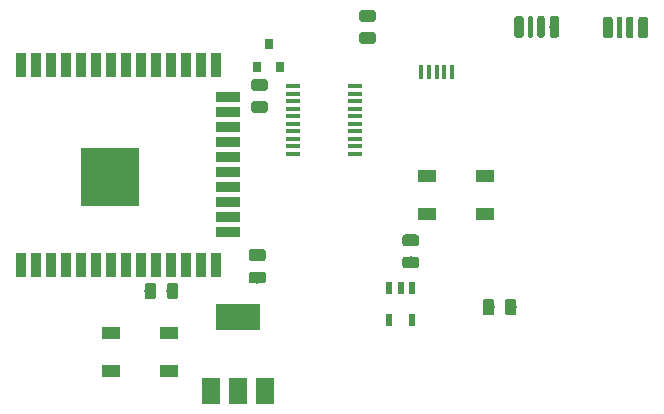
<source format=gbr>
G04 #@! TF.GenerationSoftware,KiCad,Pcbnew,5.0.2+dfsg1-1*
G04 #@! TF.CreationDate,2021-06-22T16:41:51+02:00*
G04 #@! TF.ProjectId,MainBoard,4d61696e-426f-4617-9264-2e6b69636164,rev?*
G04 #@! TF.SameCoordinates,Original*
G04 #@! TF.FileFunction,Paste,Top*
G04 #@! TF.FilePolarity,Positive*
%FSLAX46Y46*%
G04 Gerber Fmt 4.6, Leading zero omitted, Abs format (unit mm)*
G04 Created by KiCad (PCBNEW 5.0.2+dfsg1-1) date Tue 22 Jun 2021 16:41:51 CEST*
%MOMM*%
%LPD*%
G01*
G04 APERTURE LIST*
%ADD10C,0.100000*%
%ADD11C,0.600000*%
%ADD12C,0.400000*%
%ADD13C,0.800000*%
%ADD14C,1.000000*%
%ADD15C,0.975000*%
%ADD16R,0.600000X1.050000*%
%ADD17R,0.450000X1.300000*%
%ADD18R,1.200000X0.400000*%
%ADD19R,0.800000X0.900000*%
%ADD20R,1.500000X2.200000*%
%ADD21R,3.800000X2.200000*%
%ADD22R,1.500000X1.000000*%
%ADD23R,5.000000X5.000000*%
%ADD24R,0.900000X2.000000*%
%ADD25R,2.000000X0.900000*%
G04 APERTURE END LIST*
D10*
G04 #@! TO.C,D402*
G36*
X117101503Y-80174322D02*
X117116064Y-80176482D01*
X117130343Y-80180059D01*
X117144203Y-80185018D01*
X117157510Y-80191312D01*
X117170136Y-80198880D01*
X117181959Y-80207648D01*
X117192866Y-80217534D01*
X117202752Y-80228441D01*
X117211520Y-80240264D01*
X117219088Y-80252890D01*
X117225382Y-80266197D01*
X117230341Y-80280057D01*
X117233918Y-80294336D01*
X117236078Y-80308897D01*
X117236800Y-80323600D01*
X117236800Y-81823600D01*
X117236078Y-81838303D01*
X117233918Y-81852864D01*
X117230341Y-81867143D01*
X117225382Y-81881003D01*
X117219088Y-81894310D01*
X117211520Y-81906936D01*
X117202752Y-81918759D01*
X117192866Y-81929666D01*
X117181959Y-81939552D01*
X117170136Y-81948320D01*
X117157510Y-81955888D01*
X117144203Y-81962182D01*
X117130343Y-81967141D01*
X117116064Y-81970718D01*
X117101503Y-81972878D01*
X117086800Y-81973600D01*
X116786800Y-81973600D01*
X116772097Y-81972878D01*
X116757536Y-81970718D01*
X116743257Y-81967141D01*
X116729397Y-81962182D01*
X116716090Y-81955888D01*
X116703464Y-81948320D01*
X116691641Y-81939552D01*
X116680734Y-81929666D01*
X116670848Y-81918759D01*
X116662080Y-81906936D01*
X116654512Y-81894310D01*
X116648218Y-81881003D01*
X116643259Y-81867143D01*
X116639682Y-81852864D01*
X116637522Y-81838303D01*
X116636800Y-81823600D01*
X116636800Y-80323600D01*
X116637522Y-80308897D01*
X116639682Y-80294336D01*
X116643259Y-80280057D01*
X116648218Y-80266197D01*
X116654512Y-80252890D01*
X116662080Y-80240264D01*
X116670848Y-80228441D01*
X116680734Y-80217534D01*
X116691641Y-80207648D01*
X116703464Y-80198880D01*
X116716090Y-80191312D01*
X116729397Y-80185018D01*
X116743257Y-80180059D01*
X116757536Y-80176482D01*
X116772097Y-80174322D01*
X116786800Y-80173600D01*
X117086800Y-80173600D01*
X117101503Y-80174322D01*
X117101503Y-80174322D01*
G37*
D11*
X116936800Y-81073600D03*
D10*
G36*
X116171602Y-80174082D02*
X116181309Y-80175521D01*
X116190828Y-80177906D01*
X116200068Y-80181212D01*
X116208940Y-80185408D01*
X116217357Y-80190453D01*
X116225239Y-80196299D01*
X116232511Y-80202889D01*
X116239101Y-80210161D01*
X116244947Y-80218043D01*
X116249992Y-80226460D01*
X116254188Y-80235332D01*
X116257494Y-80244572D01*
X116259879Y-80254091D01*
X116261318Y-80263798D01*
X116261800Y-80273600D01*
X116261800Y-81873600D01*
X116261318Y-81883402D01*
X116259879Y-81893109D01*
X116257494Y-81902628D01*
X116254188Y-81911868D01*
X116249992Y-81920740D01*
X116244947Y-81929157D01*
X116239101Y-81937039D01*
X116232511Y-81944311D01*
X116225239Y-81950901D01*
X116217357Y-81956747D01*
X116208940Y-81961792D01*
X116200068Y-81965988D01*
X116190828Y-81969294D01*
X116181309Y-81971679D01*
X116171602Y-81973118D01*
X116161800Y-81973600D01*
X115961800Y-81973600D01*
X115951998Y-81973118D01*
X115942291Y-81971679D01*
X115932772Y-81969294D01*
X115923532Y-81965988D01*
X115914660Y-81961792D01*
X115906243Y-81956747D01*
X115898361Y-81950901D01*
X115891089Y-81944311D01*
X115884499Y-81937039D01*
X115878653Y-81929157D01*
X115873608Y-81920740D01*
X115869412Y-81911868D01*
X115866106Y-81902628D01*
X115863721Y-81893109D01*
X115862282Y-81883402D01*
X115861800Y-81873600D01*
X115861800Y-80273600D01*
X115862282Y-80263798D01*
X115863721Y-80254091D01*
X115866106Y-80244572D01*
X115869412Y-80235332D01*
X115873608Y-80226460D01*
X115878653Y-80218043D01*
X115884499Y-80210161D01*
X115891089Y-80202889D01*
X115898361Y-80196299D01*
X115906243Y-80190453D01*
X115914660Y-80185408D01*
X115923532Y-80181212D01*
X115932772Y-80177906D01*
X115942291Y-80175521D01*
X115951998Y-80174082D01*
X115961800Y-80173600D01*
X116161800Y-80173600D01*
X116171602Y-80174082D01*
X116171602Y-80174082D01*
G37*
D12*
X116061800Y-81073600D03*
D10*
G36*
X118281403Y-80174563D02*
X118300818Y-80177443D01*
X118319857Y-80182212D01*
X118338337Y-80188824D01*
X118356079Y-80197216D01*
X118372914Y-80207306D01*
X118388679Y-80218998D01*
X118403221Y-80232179D01*
X118416402Y-80246721D01*
X118428094Y-80262486D01*
X118438184Y-80279321D01*
X118446576Y-80297063D01*
X118453188Y-80315543D01*
X118457957Y-80334582D01*
X118460837Y-80353997D01*
X118461800Y-80373600D01*
X118461800Y-81773600D01*
X118460837Y-81793203D01*
X118457957Y-81812618D01*
X118453188Y-81831657D01*
X118446576Y-81850137D01*
X118438184Y-81867879D01*
X118428094Y-81884714D01*
X118416402Y-81900479D01*
X118403221Y-81915021D01*
X118388679Y-81928202D01*
X118372914Y-81939894D01*
X118356079Y-81949984D01*
X118338337Y-81958376D01*
X118319857Y-81964988D01*
X118300818Y-81969757D01*
X118281403Y-81972637D01*
X118261800Y-81973600D01*
X117861800Y-81973600D01*
X117842197Y-81972637D01*
X117822782Y-81969757D01*
X117803743Y-81964988D01*
X117785263Y-81958376D01*
X117767521Y-81949984D01*
X117750686Y-81939894D01*
X117734921Y-81928202D01*
X117720379Y-81915021D01*
X117707198Y-81900479D01*
X117695506Y-81884714D01*
X117685416Y-81867879D01*
X117677024Y-81850137D01*
X117670412Y-81831657D01*
X117665643Y-81812618D01*
X117662763Y-81793203D01*
X117661800Y-81773600D01*
X117661800Y-80373600D01*
X117662763Y-80353997D01*
X117665643Y-80334582D01*
X117670412Y-80315543D01*
X117677024Y-80297063D01*
X117685416Y-80279321D01*
X117695506Y-80262486D01*
X117707198Y-80246721D01*
X117720379Y-80232179D01*
X117734921Y-80218998D01*
X117750686Y-80207306D01*
X117767521Y-80197216D01*
X117785263Y-80188824D01*
X117803743Y-80182212D01*
X117822782Y-80177443D01*
X117842197Y-80174563D01*
X117861800Y-80173600D01*
X118261800Y-80173600D01*
X118281403Y-80174563D01*
X118281403Y-80174563D01*
G37*
D13*
X118061800Y-81073600D03*
D10*
G36*
X115306403Y-80174563D02*
X115325818Y-80177443D01*
X115344857Y-80182212D01*
X115363337Y-80188824D01*
X115381079Y-80197216D01*
X115397914Y-80207306D01*
X115413679Y-80218998D01*
X115428221Y-80232179D01*
X115441402Y-80246721D01*
X115453094Y-80262486D01*
X115463184Y-80279321D01*
X115471576Y-80297063D01*
X115478188Y-80315543D01*
X115482957Y-80334582D01*
X115485837Y-80353997D01*
X115486800Y-80373600D01*
X115486800Y-81773600D01*
X115485837Y-81793203D01*
X115482957Y-81812618D01*
X115478188Y-81831657D01*
X115471576Y-81850137D01*
X115463184Y-81867879D01*
X115453094Y-81884714D01*
X115441402Y-81900479D01*
X115428221Y-81915021D01*
X115413679Y-81928202D01*
X115397914Y-81939894D01*
X115381079Y-81949984D01*
X115363337Y-81958376D01*
X115344857Y-81964988D01*
X115325818Y-81969757D01*
X115306403Y-81972637D01*
X115286800Y-81973600D01*
X114886800Y-81973600D01*
X114867197Y-81972637D01*
X114847782Y-81969757D01*
X114828743Y-81964988D01*
X114810263Y-81958376D01*
X114792521Y-81949984D01*
X114775686Y-81939894D01*
X114759921Y-81928202D01*
X114745379Y-81915021D01*
X114732198Y-81900479D01*
X114720506Y-81884714D01*
X114710416Y-81867879D01*
X114702024Y-81850137D01*
X114695412Y-81831657D01*
X114690643Y-81812618D01*
X114687763Y-81793203D01*
X114686800Y-81773600D01*
X114686800Y-80373600D01*
X114687763Y-80353997D01*
X114690643Y-80334582D01*
X114695412Y-80315543D01*
X114702024Y-80297063D01*
X114710416Y-80279321D01*
X114720506Y-80262486D01*
X114732198Y-80246721D01*
X114745379Y-80232179D01*
X114759921Y-80218998D01*
X114775686Y-80207306D01*
X114792521Y-80197216D01*
X114810263Y-80188824D01*
X114828743Y-80182212D01*
X114847782Y-80177443D01*
X114867197Y-80174563D01*
X114886800Y-80173600D01*
X115286800Y-80173600D01*
X115306403Y-80174563D01*
X115306403Y-80174563D01*
G37*
D13*
X115086800Y-81073600D03*
G04 #@! TD*
D10*
G04 #@! TO.C,C201*
G36*
X85894304Y-101746404D02*
X85918573Y-101750004D01*
X85942371Y-101755965D01*
X85965471Y-101764230D01*
X85987649Y-101774720D01*
X86008693Y-101787333D01*
X86028398Y-101801947D01*
X86046577Y-101818423D01*
X86063053Y-101836602D01*
X86077667Y-101856307D01*
X86090280Y-101877351D01*
X86100770Y-101899529D01*
X86109035Y-101922629D01*
X86114996Y-101946427D01*
X86118596Y-101970696D01*
X86119800Y-101995200D01*
X86119800Y-102495200D01*
X86118596Y-102519704D01*
X86114996Y-102543973D01*
X86109035Y-102567771D01*
X86100770Y-102590871D01*
X86090280Y-102613049D01*
X86077667Y-102634093D01*
X86063053Y-102653798D01*
X86046577Y-102671977D01*
X86028398Y-102688453D01*
X86008693Y-102703067D01*
X85987649Y-102715680D01*
X85965471Y-102726170D01*
X85942371Y-102734435D01*
X85918573Y-102740396D01*
X85894304Y-102743996D01*
X85869800Y-102745200D01*
X84919800Y-102745200D01*
X84895296Y-102743996D01*
X84871027Y-102740396D01*
X84847229Y-102734435D01*
X84824129Y-102726170D01*
X84801951Y-102715680D01*
X84780907Y-102703067D01*
X84761202Y-102688453D01*
X84743023Y-102671977D01*
X84726547Y-102653798D01*
X84711933Y-102634093D01*
X84699320Y-102613049D01*
X84688830Y-102590871D01*
X84680565Y-102567771D01*
X84674604Y-102543973D01*
X84671004Y-102519704D01*
X84669800Y-102495200D01*
X84669800Y-101995200D01*
X84671004Y-101970696D01*
X84674604Y-101946427D01*
X84680565Y-101922629D01*
X84688830Y-101899529D01*
X84699320Y-101877351D01*
X84711933Y-101856307D01*
X84726547Y-101836602D01*
X84743023Y-101818423D01*
X84761202Y-101801947D01*
X84780907Y-101787333D01*
X84801951Y-101774720D01*
X84824129Y-101764230D01*
X84847229Y-101755965D01*
X84871027Y-101750004D01*
X84895296Y-101746404D01*
X84919800Y-101745200D01*
X85869800Y-101745200D01*
X85894304Y-101746404D01*
X85894304Y-101746404D01*
G37*
D14*
X85394800Y-102245200D03*
D10*
G36*
X85894304Y-99846404D02*
X85918573Y-99850004D01*
X85942371Y-99855965D01*
X85965471Y-99864230D01*
X85987649Y-99874720D01*
X86008693Y-99887333D01*
X86028398Y-99901947D01*
X86046577Y-99918423D01*
X86063053Y-99936602D01*
X86077667Y-99956307D01*
X86090280Y-99977351D01*
X86100770Y-99999529D01*
X86109035Y-100022629D01*
X86114996Y-100046427D01*
X86118596Y-100070696D01*
X86119800Y-100095200D01*
X86119800Y-100595200D01*
X86118596Y-100619704D01*
X86114996Y-100643973D01*
X86109035Y-100667771D01*
X86100770Y-100690871D01*
X86090280Y-100713049D01*
X86077667Y-100734093D01*
X86063053Y-100753798D01*
X86046577Y-100771977D01*
X86028398Y-100788453D01*
X86008693Y-100803067D01*
X85987649Y-100815680D01*
X85965471Y-100826170D01*
X85942371Y-100834435D01*
X85918573Y-100840396D01*
X85894304Y-100843996D01*
X85869800Y-100845200D01*
X84919800Y-100845200D01*
X84895296Y-100843996D01*
X84871027Y-100840396D01*
X84847229Y-100834435D01*
X84824129Y-100826170D01*
X84801951Y-100815680D01*
X84780907Y-100803067D01*
X84761202Y-100788453D01*
X84743023Y-100771977D01*
X84726547Y-100753798D01*
X84711933Y-100734093D01*
X84699320Y-100713049D01*
X84688830Y-100690871D01*
X84680565Y-100667771D01*
X84674604Y-100643973D01*
X84671004Y-100619704D01*
X84669800Y-100595200D01*
X84669800Y-100095200D01*
X84671004Y-100070696D01*
X84674604Y-100046427D01*
X84680565Y-100022629D01*
X84688830Y-99999529D01*
X84699320Y-99977351D01*
X84711933Y-99956307D01*
X84726547Y-99936602D01*
X84743023Y-99918423D01*
X84761202Y-99901947D01*
X84780907Y-99887333D01*
X84801951Y-99874720D01*
X84824129Y-99864230D01*
X84847229Y-99855965D01*
X84871027Y-99850004D01*
X84895296Y-99846404D01*
X84919800Y-99845200D01*
X85869800Y-99845200D01*
X85894304Y-99846404D01*
X85894304Y-99846404D01*
G37*
D14*
X85394800Y-100345200D03*
G04 #@! TD*
D10*
G04 #@! TO.C,D401*
G36*
X109583103Y-80123522D02*
X109597664Y-80125682D01*
X109611943Y-80129259D01*
X109625803Y-80134218D01*
X109639110Y-80140512D01*
X109651736Y-80148080D01*
X109663559Y-80156848D01*
X109674466Y-80166734D01*
X109684352Y-80177641D01*
X109693120Y-80189464D01*
X109700688Y-80202090D01*
X109706982Y-80215397D01*
X109711941Y-80229257D01*
X109715518Y-80243536D01*
X109717678Y-80258097D01*
X109718400Y-80272800D01*
X109718400Y-81772800D01*
X109717678Y-81787503D01*
X109715518Y-81802064D01*
X109711941Y-81816343D01*
X109706982Y-81830203D01*
X109700688Y-81843510D01*
X109693120Y-81856136D01*
X109684352Y-81867959D01*
X109674466Y-81878866D01*
X109663559Y-81888752D01*
X109651736Y-81897520D01*
X109639110Y-81905088D01*
X109625803Y-81911382D01*
X109611943Y-81916341D01*
X109597664Y-81919918D01*
X109583103Y-81922078D01*
X109568400Y-81922800D01*
X109268400Y-81922800D01*
X109253697Y-81922078D01*
X109239136Y-81919918D01*
X109224857Y-81916341D01*
X109210997Y-81911382D01*
X109197690Y-81905088D01*
X109185064Y-81897520D01*
X109173241Y-81888752D01*
X109162334Y-81878866D01*
X109152448Y-81867959D01*
X109143680Y-81856136D01*
X109136112Y-81843510D01*
X109129818Y-81830203D01*
X109124859Y-81816343D01*
X109121282Y-81802064D01*
X109119122Y-81787503D01*
X109118400Y-81772800D01*
X109118400Y-80272800D01*
X109119122Y-80258097D01*
X109121282Y-80243536D01*
X109124859Y-80229257D01*
X109129818Y-80215397D01*
X109136112Y-80202090D01*
X109143680Y-80189464D01*
X109152448Y-80177641D01*
X109162334Y-80166734D01*
X109173241Y-80156848D01*
X109185064Y-80148080D01*
X109197690Y-80140512D01*
X109210997Y-80134218D01*
X109224857Y-80129259D01*
X109239136Y-80125682D01*
X109253697Y-80123522D01*
X109268400Y-80122800D01*
X109568400Y-80122800D01*
X109583103Y-80123522D01*
X109583103Y-80123522D01*
G37*
D11*
X109418400Y-81022800D03*
D10*
G36*
X108653202Y-80123282D02*
X108662909Y-80124721D01*
X108672428Y-80127106D01*
X108681668Y-80130412D01*
X108690540Y-80134608D01*
X108698957Y-80139653D01*
X108706839Y-80145499D01*
X108714111Y-80152089D01*
X108720701Y-80159361D01*
X108726547Y-80167243D01*
X108731592Y-80175660D01*
X108735788Y-80184532D01*
X108739094Y-80193772D01*
X108741479Y-80203291D01*
X108742918Y-80212998D01*
X108743400Y-80222800D01*
X108743400Y-81822800D01*
X108742918Y-81832602D01*
X108741479Y-81842309D01*
X108739094Y-81851828D01*
X108735788Y-81861068D01*
X108731592Y-81869940D01*
X108726547Y-81878357D01*
X108720701Y-81886239D01*
X108714111Y-81893511D01*
X108706839Y-81900101D01*
X108698957Y-81905947D01*
X108690540Y-81910992D01*
X108681668Y-81915188D01*
X108672428Y-81918494D01*
X108662909Y-81920879D01*
X108653202Y-81922318D01*
X108643400Y-81922800D01*
X108443400Y-81922800D01*
X108433598Y-81922318D01*
X108423891Y-81920879D01*
X108414372Y-81918494D01*
X108405132Y-81915188D01*
X108396260Y-81910992D01*
X108387843Y-81905947D01*
X108379961Y-81900101D01*
X108372689Y-81893511D01*
X108366099Y-81886239D01*
X108360253Y-81878357D01*
X108355208Y-81869940D01*
X108351012Y-81861068D01*
X108347706Y-81851828D01*
X108345321Y-81842309D01*
X108343882Y-81832602D01*
X108343400Y-81822800D01*
X108343400Y-80222800D01*
X108343882Y-80212998D01*
X108345321Y-80203291D01*
X108347706Y-80193772D01*
X108351012Y-80184532D01*
X108355208Y-80175660D01*
X108360253Y-80167243D01*
X108366099Y-80159361D01*
X108372689Y-80152089D01*
X108379961Y-80145499D01*
X108387843Y-80139653D01*
X108396260Y-80134608D01*
X108405132Y-80130412D01*
X108414372Y-80127106D01*
X108423891Y-80124721D01*
X108433598Y-80123282D01*
X108443400Y-80122800D01*
X108643400Y-80122800D01*
X108653202Y-80123282D01*
X108653202Y-80123282D01*
G37*
D12*
X108543400Y-81022800D03*
D10*
G36*
X110763003Y-80123763D02*
X110782418Y-80126643D01*
X110801457Y-80131412D01*
X110819937Y-80138024D01*
X110837679Y-80146416D01*
X110854514Y-80156506D01*
X110870279Y-80168198D01*
X110884821Y-80181379D01*
X110898002Y-80195921D01*
X110909694Y-80211686D01*
X110919784Y-80228521D01*
X110928176Y-80246263D01*
X110934788Y-80264743D01*
X110939557Y-80283782D01*
X110942437Y-80303197D01*
X110943400Y-80322800D01*
X110943400Y-81722800D01*
X110942437Y-81742403D01*
X110939557Y-81761818D01*
X110934788Y-81780857D01*
X110928176Y-81799337D01*
X110919784Y-81817079D01*
X110909694Y-81833914D01*
X110898002Y-81849679D01*
X110884821Y-81864221D01*
X110870279Y-81877402D01*
X110854514Y-81889094D01*
X110837679Y-81899184D01*
X110819937Y-81907576D01*
X110801457Y-81914188D01*
X110782418Y-81918957D01*
X110763003Y-81921837D01*
X110743400Y-81922800D01*
X110343400Y-81922800D01*
X110323797Y-81921837D01*
X110304382Y-81918957D01*
X110285343Y-81914188D01*
X110266863Y-81907576D01*
X110249121Y-81899184D01*
X110232286Y-81889094D01*
X110216521Y-81877402D01*
X110201979Y-81864221D01*
X110188798Y-81849679D01*
X110177106Y-81833914D01*
X110167016Y-81817079D01*
X110158624Y-81799337D01*
X110152012Y-81780857D01*
X110147243Y-81761818D01*
X110144363Y-81742403D01*
X110143400Y-81722800D01*
X110143400Y-80322800D01*
X110144363Y-80303197D01*
X110147243Y-80283782D01*
X110152012Y-80264743D01*
X110158624Y-80246263D01*
X110167016Y-80228521D01*
X110177106Y-80211686D01*
X110188798Y-80195921D01*
X110201979Y-80181379D01*
X110216521Y-80168198D01*
X110232286Y-80156506D01*
X110249121Y-80146416D01*
X110266863Y-80138024D01*
X110285343Y-80131412D01*
X110304382Y-80126643D01*
X110323797Y-80123763D01*
X110343400Y-80122800D01*
X110743400Y-80122800D01*
X110763003Y-80123763D01*
X110763003Y-80123763D01*
G37*
D13*
X110543400Y-81022800D03*
D10*
G36*
X107788003Y-80123763D02*
X107807418Y-80126643D01*
X107826457Y-80131412D01*
X107844937Y-80138024D01*
X107862679Y-80146416D01*
X107879514Y-80156506D01*
X107895279Y-80168198D01*
X107909821Y-80181379D01*
X107923002Y-80195921D01*
X107934694Y-80211686D01*
X107944784Y-80228521D01*
X107953176Y-80246263D01*
X107959788Y-80264743D01*
X107964557Y-80283782D01*
X107967437Y-80303197D01*
X107968400Y-80322800D01*
X107968400Y-81722800D01*
X107967437Y-81742403D01*
X107964557Y-81761818D01*
X107959788Y-81780857D01*
X107953176Y-81799337D01*
X107944784Y-81817079D01*
X107934694Y-81833914D01*
X107923002Y-81849679D01*
X107909821Y-81864221D01*
X107895279Y-81877402D01*
X107879514Y-81889094D01*
X107862679Y-81899184D01*
X107844937Y-81907576D01*
X107826457Y-81914188D01*
X107807418Y-81918957D01*
X107788003Y-81921837D01*
X107768400Y-81922800D01*
X107368400Y-81922800D01*
X107348797Y-81921837D01*
X107329382Y-81918957D01*
X107310343Y-81914188D01*
X107291863Y-81907576D01*
X107274121Y-81899184D01*
X107257286Y-81889094D01*
X107241521Y-81877402D01*
X107226979Y-81864221D01*
X107213798Y-81849679D01*
X107202106Y-81833914D01*
X107192016Y-81817079D01*
X107183624Y-81799337D01*
X107177012Y-81780857D01*
X107172243Y-81761818D01*
X107169363Y-81742403D01*
X107168400Y-81722800D01*
X107168400Y-80322800D01*
X107169363Y-80303197D01*
X107172243Y-80283782D01*
X107177012Y-80264743D01*
X107183624Y-80246263D01*
X107192016Y-80228521D01*
X107202106Y-80211686D01*
X107213798Y-80195921D01*
X107226979Y-80181379D01*
X107241521Y-80168198D01*
X107257286Y-80156506D01*
X107274121Y-80146416D01*
X107291863Y-80138024D01*
X107310343Y-80131412D01*
X107329382Y-80126643D01*
X107348797Y-80123763D01*
X107368400Y-80122800D01*
X107768400Y-80122800D01*
X107788003Y-80123763D01*
X107788003Y-80123763D01*
G37*
D13*
X107568400Y-81022800D03*
G04 #@! TD*
D10*
G04 #@! TO.C,R30*
G36*
X76609642Y-102679174D02*
X76633303Y-102682684D01*
X76656507Y-102688496D01*
X76679029Y-102696554D01*
X76700653Y-102706782D01*
X76721170Y-102719079D01*
X76740383Y-102733329D01*
X76758107Y-102749393D01*
X76774171Y-102767117D01*
X76788421Y-102786330D01*
X76800718Y-102806847D01*
X76810946Y-102828471D01*
X76819004Y-102850993D01*
X76824816Y-102874197D01*
X76828326Y-102897858D01*
X76829500Y-102921750D01*
X76829500Y-103834250D01*
X76828326Y-103858142D01*
X76824816Y-103881803D01*
X76819004Y-103905007D01*
X76810946Y-103927529D01*
X76800718Y-103949153D01*
X76788421Y-103969670D01*
X76774171Y-103988883D01*
X76758107Y-104006607D01*
X76740383Y-104022671D01*
X76721170Y-104036921D01*
X76700653Y-104049218D01*
X76679029Y-104059446D01*
X76656507Y-104067504D01*
X76633303Y-104073316D01*
X76609642Y-104076826D01*
X76585750Y-104078000D01*
X76098250Y-104078000D01*
X76074358Y-104076826D01*
X76050697Y-104073316D01*
X76027493Y-104067504D01*
X76004971Y-104059446D01*
X75983347Y-104049218D01*
X75962830Y-104036921D01*
X75943617Y-104022671D01*
X75925893Y-104006607D01*
X75909829Y-103988883D01*
X75895579Y-103969670D01*
X75883282Y-103949153D01*
X75873054Y-103927529D01*
X75864996Y-103905007D01*
X75859184Y-103881803D01*
X75855674Y-103858142D01*
X75854500Y-103834250D01*
X75854500Y-102921750D01*
X75855674Y-102897858D01*
X75859184Y-102874197D01*
X75864996Y-102850993D01*
X75873054Y-102828471D01*
X75883282Y-102806847D01*
X75895579Y-102786330D01*
X75909829Y-102767117D01*
X75925893Y-102749393D01*
X75943617Y-102733329D01*
X75962830Y-102719079D01*
X75983347Y-102706782D01*
X76004971Y-102696554D01*
X76027493Y-102688496D01*
X76050697Y-102682684D01*
X76074358Y-102679174D01*
X76098250Y-102678000D01*
X76585750Y-102678000D01*
X76609642Y-102679174D01*
X76609642Y-102679174D01*
G37*
D15*
X76342000Y-103378000D03*
D10*
G36*
X78484642Y-102679174D02*
X78508303Y-102682684D01*
X78531507Y-102688496D01*
X78554029Y-102696554D01*
X78575653Y-102706782D01*
X78596170Y-102719079D01*
X78615383Y-102733329D01*
X78633107Y-102749393D01*
X78649171Y-102767117D01*
X78663421Y-102786330D01*
X78675718Y-102806847D01*
X78685946Y-102828471D01*
X78694004Y-102850993D01*
X78699816Y-102874197D01*
X78703326Y-102897858D01*
X78704500Y-102921750D01*
X78704500Y-103834250D01*
X78703326Y-103858142D01*
X78699816Y-103881803D01*
X78694004Y-103905007D01*
X78685946Y-103927529D01*
X78675718Y-103949153D01*
X78663421Y-103969670D01*
X78649171Y-103988883D01*
X78633107Y-104006607D01*
X78615383Y-104022671D01*
X78596170Y-104036921D01*
X78575653Y-104049218D01*
X78554029Y-104059446D01*
X78531507Y-104067504D01*
X78508303Y-104073316D01*
X78484642Y-104076826D01*
X78460750Y-104078000D01*
X77973250Y-104078000D01*
X77949358Y-104076826D01*
X77925697Y-104073316D01*
X77902493Y-104067504D01*
X77879971Y-104059446D01*
X77858347Y-104049218D01*
X77837830Y-104036921D01*
X77818617Y-104022671D01*
X77800893Y-104006607D01*
X77784829Y-103988883D01*
X77770579Y-103969670D01*
X77758282Y-103949153D01*
X77748054Y-103927529D01*
X77739996Y-103905007D01*
X77734184Y-103881803D01*
X77730674Y-103858142D01*
X77729500Y-103834250D01*
X77729500Y-102921750D01*
X77730674Y-102897858D01*
X77734184Y-102874197D01*
X77739996Y-102850993D01*
X77748054Y-102828471D01*
X77758282Y-102806847D01*
X77770579Y-102786330D01*
X77784829Y-102767117D01*
X77800893Y-102749393D01*
X77818617Y-102733329D01*
X77837830Y-102719079D01*
X77858347Y-102706782D01*
X77879971Y-102696554D01*
X77902493Y-102688496D01*
X77925697Y-102682684D01*
X77949358Y-102679174D01*
X77973250Y-102678000D01*
X78460750Y-102678000D01*
X78484642Y-102679174D01*
X78484642Y-102679174D01*
G37*
D15*
X78217000Y-103378000D03*
G04 #@! TD*
D10*
G04 #@! TO.C,R56*
G36*
X105248142Y-104050774D02*
X105271803Y-104054284D01*
X105295007Y-104060096D01*
X105317529Y-104068154D01*
X105339153Y-104078382D01*
X105359670Y-104090679D01*
X105378883Y-104104929D01*
X105396607Y-104120993D01*
X105412671Y-104138717D01*
X105426921Y-104157930D01*
X105439218Y-104178447D01*
X105449446Y-104200071D01*
X105457504Y-104222593D01*
X105463316Y-104245797D01*
X105466826Y-104269458D01*
X105468000Y-104293350D01*
X105468000Y-105205850D01*
X105466826Y-105229742D01*
X105463316Y-105253403D01*
X105457504Y-105276607D01*
X105449446Y-105299129D01*
X105439218Y-105320753D01*
X105426921Y-105341270D01*
X105412671Y-105360483D01*
X105396607Y-105378207D01*
X105378883Y-105394271D01*
X105359670Y-105408521D01*
X105339153Y-105420818D01*
X105317529Y-105431046D01*
X105295007Y-105439104D01*
X105271803Y-105444916D01*
X105248142Y-105448426D01*
X105224250Y-105449600D01*
X104736750Y-105449600D01*
X104712858Y-105448426D01*
X104689197Y-105444916D01*
X104665993Y-105439104D01*
X104643471Y-105431046D01*
X104621847Y-105420818D01*
X104601330Y-105408521D01*
X104582117Y-105394271D01*
X104564393Y-105378207D01*
X104548329Y-105360483D01*
X104534079Y-105341270D01*
X104521782Y-105320753D01*
X104511554Y-105299129D01*
X104503496Y-105276607D01*
X104497684Y-105253403D01*
X104494174Y-105229742D01*
X104493000Y-105205850D01*
X104493000Y-104293350D01*
X104494174Y-104269458D01*
X104497684Y-104245797D01*
X104503496Y-104222593D01*
X104511554Y-104200071D01*
X104521782Y-104178447D01*
X104534079Y-104157930D01*
X104548329Y-104138717D01*
X104564393Y-104120993D01*
X104582117Y-104104929D01*
X104601330Y-104090679D01*
X104621847Y-104078382D01*
X104643471Y-104068154D01*
X104665993Y-104060096D01*
X104689197Y-104054284D01*
X104712858Y-104050774D01*
X104736750Y-104049600D01*
X105224250Y-104049600D01*
X105248142Y-104050774D01*
X105248142Y-104050774D01*
G37*
D15*
X104980500Y-104749600D03*
D10*
G36*
X107123142Y-104050774D02*
X107146803Y-104054284D01*
X107170007Y-104060096D01*
X107192529Y-104068154D01*
X107214153Y-104078382D01*
X107234670Y-104090679D01*
X107253883Y-104104929D01*
X107271607Y-104120993D01*
X107287671Y-104138717D01*
X107301921Y-104157930D01*
X107314218Y-104178447D01*
X107324446Y-104200071D01*
X107332504Y-104222593D01*
X107338316Y-104245797D01*
X107341826Y-104269458D01*
X107343000Y-104293350D01*
X107343000Y-105205850D01*
X107341826Y-105229742D01*
X107338316Y-105253403D01*
X107332504Y-105276607D01*
X107324446Y-105299129D01*
X107314218Y-105320753D01*
X107301921Y-105341270D01*
X107287671Y-105360483D01*
X107271607Y-105378207D01*
X107253883Y-105394271D01*
X107234670Y-105408521D01*
X107214153Y-105420818D01*
X107192529Y-105431046D01*
X107170007Y-105439104D01*
X107146803Y-105444916D01*
X107123142Y-105448426D01*
X107099250Y-105449600D01*
X106611750Y-105449600D01*
X106587858Y-105448426D01*
X106564197Y-105444916D01*
X106540993Y-105439104D01*
X106518471Y-105431046D01*
X106496847Y-105420818D01*
X106476330Y-105408521D01*
X106457117Y-105394271D01*
X106439393Y-105378207D01*
X106423329Y-105360483D01*
X106409079Y-105341270D01*
X106396782Y-105320753D01*
X106386554Y-105299129D01*
X106378496Y-105276607D01*
X106372684Y-105253403D01*
X106369174Y-105229742D01*
X106368000Y-105205850D01*
X106368000Y-104293350D01*
X106369174Y-104269458D01*
X106372684Y-104245797D01*
X106378496Y-104222593D01*
X106386554Y-104200071D01*
X106396782Y-104178447D01*
X106409079Y-104157930D01*
X106423329Y-104138717D01*
X106439393Y-104120993D01*
X106457117Y-104104929D01*
X106476330Y-104090679D01*
X106496847Y-104078382D01*
X106518471Y-104068154D01*
X106540993Y-104060096D01*
X106564197Y-104054284D01*
X106587858Y-104050774D01*
X106611750Y-104049600D01*
X107099250Y-104049600D01*
X107123142Y-104050774D01*
X107123142Y-104050774D01*
G37*
D15*
X106855500Y-104749600D03*
G04 #@! TD*
D16*
G04 #@! TO.C,U4*
X98486000Y-105871000D03*
X96586000Y-105871000D03*
X96586000Y-103171000D03*
X97536000Y-103171000D03*
X98486000Y-103171000D03*
G04 #@! TD*
D17*
G04 #@! TO.C,J3*
X101884000Y-84881800D03*
X101234000Y-84881800D03*
X100584000Y-84881800D03*
X99934000Y-84881800D03*
X99284000Y-84881800D03*
G04 #@! TD*
D10*
G04 #@! TO.C,DUSB1*
G36*
X95222142Y-81477174D02*
X95245803Y-81480684D01*
X95269007Y-81486496D01*
X95291529Y-81494554D01*
X95313153Y-81504782D01*
X95333670Y-81517079D01*
X95352883Y-81531329D01*
X95370607Y-81547393D01*
X95386671Y-81565117D01*
X95400921Y-81584330D01*
X95413218Y-81604847D01*
X95423446Y-81626471D01*
X95431504Y-81648993D01*
X95437316Y-81672197D01*
X95440826Y-81695858D01*
X95442000Y-81719750D01*
X95442000Y-82207250D01*
X95440826Y-82231142D01*
X95437316Y-82254803D01*
X95431504Y-82278007D01*
X95423446Y-82300529D01*
X95413218Y-82322153D01*
X95400921Y-82342670D01*
X95386671Y-82361883D01*
X95370607Y-82379607D01*
X95352883Y-82395671D01*
X95333670Y-82409921D01*
X95313153Y-82422218D01*
X95291529Y-82432446D01*
X95269007Y-82440504D01*
X95245803Y-82446316D01*
X95222142Y-82449826D01*
X95198250Y-82451000D01*
X94285750Y-82451000D01*
X94261858Y-82449826D01*
X94238197Y-82446316D01*
X94214993Y-82440504D01*
X94192471Y-82432446D01*
X94170847Y-82422218D01*
X94150330Y-82409921D01*
X94131117Y-82395671D01*
X94113393Y-82379607D01*
X94097329Y-82361883D01*
X94083079Y-82342670D01*
X94070782Y-82322153D01*
X94060554Y-82300529D01*
X94052496Y-82278007D01*
X94046684Y-82254803D01*
X94043174Y-82231142D01*
X94042000Y-82207250D01*
X94042000Y-81719750D01*
X94043174Y-81695858D01*
X94046684Y-81672197D01*
X94052496Y-81648993D01*
X94060554Y-81626471D01*
X94070782Y-81604847D01*
X94083079Y-81584330D01*
X94097329Y-81565117D01*
X94113393Y-81547393D01*
X94131117Y-81531329D01*
X94150330Y-81517079D01*
X94170847Y-81504782D01*
X94192471Y-81494554D01*
X94214993Y-81486496D01*
X94238197Y-81480684D01*
X94261858Y-81477174D01*
X94285750Y-81476000D01*
X95198250Y-81476000D01*
X95222142Y-81477174D01*
X95222142Y-81477174D01*
G37*
D15*
X94742000Y-81963500D03*
D10*
G36*
X95222142Y-79602174D02*
X95245803Y-79605684D01*
X95269007Y-79611496D01*
X95291529Y-79619554D01*
X95313153Y-79629782D01*
X95333670Y-79642079D01*
X95352883Y-79656329D01*
X95370607Y-79672393D01*
X95386671Y-79690117D01*
X95400921Y-79709330D01*
X95413218Y-79729847D01*
X95423446Y-79751471D01*
X95431504Y-79773993D01*
X95437316Y-79797197D01*
X95440826Y-79820858D01*
X95442000Y-79844750D01*
X95442000Y-80332250D01*
X95440826Y-80356142D01*
X95437316Y-80379803D01*
X95431504Y-80403007D01*
X95423446Y-80425529D01*
X95413218Y-80447153D01*
X95400921Y-80467670D01*
X95386671Y-80486883D01*
X95370607Y-80504607D01*
X95352883Y-80520671D01*
X95333670Y-80534921D01*
X95313153Y-80547218D01*
X95291529Y-80557446D01*
X95269007Y-80565504D01*
X95245803Y-80571316D01*
X95222142Y-80574826D01*
X95198250Y-80576000D01*
X94285750Y-80576000D01*
X94261858Y-80574826D01*
X94238197Y-80571316D01*
X94214993Y-80565504D01*
X94192471Y-80557446D01*
X94170847Y-80547218D01*
X94150330Y-80534921D01*
X94131117Y-80520671D01*
X94113393Y-80504607D01*
X94097329Y-80486883D01*
X94083079Y-80467670D01*
X94070782Y-80447153D01*
X94060554Y-80425529D01*
X94052496Y-80403007D01*
X94046684Y-80379803D01*
X94043174Y-80356142D01*
X94042000Y-80332250D01*
X94042000Y-79844750D01*
X94043174Y-79820858D01*
X94046684Y-79797197D01*
X94052496Y-79773993D01*
X94060554Y-79751471D01*
X94070782Y-79729847D01*
X94083079Y-79709330D01*
X94097329Y-79690117D01*
X94113393Y-79672393D01*
X94131117Y-79656329D01*
X94150330Y-79642079D01*
X94170847Y-79629782D01*
X94192471Y-79619554D01*
X94214993Y-79611496D01*
X94238197Y-79605684D01*
X94261858Y-79602174D01*
X94285750Y-79601000D01*
X95198250Y-79601000D01*
X95222142Y-79602174D01*
X95222142Y-79602174D01*
G37*
D15*
X94742000Y-80088500D03*
G04 #@! TD*
D18*
G04 #@! TO.C,U13*
X88459000Y-86042500D03*
X88459000Y-86677500D03*
X88459000Y-87312500D03*
X88459000Y-87947500D03*
X88459000Y-88582500D03*
X88459000Y-89217500D03*
X88459000Y-89852500D03*
X88459000Y-90487500D03*
X88459000Y-91122500D03*
X88459000Y-91757500D03*
X93659000Y-91757500D03*
X93659000Y-91122500D03*
X93659000Y-90487500D03*
X93659000Y-89852500D03*
X93659000Y-89217500D03*
X93659000Y-88582500D03*
X93659000Y-87947500D03*
X93659000Y-87312500D03*
X93659000Y-86677500D03*
X93659000Y-86042500D03*
G04 #@! TD*
D19*
G04 #@! TO.C,Q5*
X86360000Y-82439000D03*
X87310000Y-84439000D03*
X85410000Y-84439000D03*
G04 #@! TD*
D10*
G04 #@! TO.C,R13*
G36*
X86078142Y-85444174D02*
X86101803Y-85447684D01*
X86125007Y-85453496D01*
X86147529Y-85461554D01*
X86169153Y-85471782D01*
X86189670Y-85484079D01*
X86208883Y-85498329D01*
X86226607Y-85514393D01*
X86242671Y-85532117D01*
X86256921Y-85551330D01*
X86269218Y-85571847D01*
X86279446Y-85593471D01*
X86287504Y-85615993D01*
X86293316Y-85639197D01*
X86296826Y-85662858D01*
X86298000Y-85686750D01*
X86298000Y-86174250D01*
X86296826Y-86198142D01*
X86293316Y-86221803D01*
X86287504Y-86245007D01*
X86279446Y-86267529D01*
X86269218Y-86289153D01*
X86256921Y-86309670D01*
X86242671Y-86328883D01*
X86226607Y-86346607D01*
X86208883Y-86362671D01*
X86189670Y-86376921D01*
X86169153Y-86389218D01*
X86147529Y-86399446D01*
X86125007Y-86407504D01*
X86101803Y-86413316D01*
X86078142Y-86416826D01*
X86054250Y-86418000D01*
X85141750Y-86418000D01*
X85117858Y-86416826D01*
X85094197Y-86413316D01*
X85070993Y-86407504D01*
X85048471Y-86399446D01*
X85026847Y-86389218D01*
X85006330Y-86376921D01*
X84987117Y-86362671D01*
X84969393Y-86346607D01*
X84953329Y-86328883D01*
X84939079Y-86309670D01*
X84926782Y-86289153D01*
X84916554Y-86267529D01*
X84908496Y-86245007D01*
X84902684Y-86221803D01*
X84899174Y-86198142D01*
X84898000Y-86174250D01*
X84898000Y-85686750D01*
X84899174Y-85662858D01*
X84902684Y-85639197D01*
X84908496Y-85615993D01*
X84916554Y-85593471D01*
X84926782Y-85571847D01*
X84939079Y-85551330D01*
X84953329Y-85532117D01*
X84969393Y-85514393D01*
X84987117Y-85498329D01*
X85006330Y-85484079D01*
X85026847Y-85471782D01*
X85048471Y-85461554D01*
X85070993Y-85453496D01*
X85094197Y-85447684D01*
X85117858Y-85444174D01*
X85141750Y-85443000D01*
X86054250Y-85443000D01*
X86078142Y-85444174D01*
X86078142Y-85444174D01*
G37*
D15*
X85598000Y-85930500D03*
D10*
G36*
X86078142Y-87319174D02*
X86101803Y-87322684D01*
X86125007Y-87328496D01*
X86147529Y-87336554D01*
X86169153Y-87346782D01*
X86189670Y-87359079D01*
X86208883Y-87373329D01*
X86226607Y-87389393D01*
X86242671Y-87407117D01*
X86256921Y-87426330D01*
X86269218Y-87446847D01*
X86279446Y-87468471D01*
X86287504Y-87490993D01*
X86293316Y-87514197D01*
X86296826Y-87537858D01*
X86298000Y-87561750D01*
X86298000Y-88049250D01*
X86296826Y-88073142D01*
X86293316Y-88096803D01*
X86287504Y-88120007D01*
X86279446Y-88142529D01*
X86269218Y-88164153D01*
X86256921Y-88184670D01*
X86242671Y-88203883D01*
X86226607Y-88221607D01*
X86208883Y-88237671D01*
X86189670Y-88251921D01*
X86169153Y-88264218D01*
X86147529Y-88274446D01*
X86125007Y-88282504D01*
X86101803Y-88288316D01*
X86078142Y-88291826D01*
X86054250Y-88293000D01*
X85141750Y-88293000D01*
X85117858Y-88291826D01*
X85094197Y-88288316D01*
X85070993Y-88282504D01*
X85048471Y-88274446D01*
X85026847Y-88264218D01*
X85006330Y-88251921D01*
X84987117Y-88237671D01*
X84969393Y-88221607D01*
X84953329Y-88203883D01*
X84939079Y-88184670D01*
X84926782Y-88164153D01*
X84916554Y-88142529D01*
X84908496Y-88120007D01*
X84902684Y-88096803D01*
X84899174Y-88073142D01*
X84898000Y-88049250D01*
X84898000Y-87561750D01*
X84899174Y-87537858D01*
X84902684Y-87514197D01*
X84908496Y-87490993D01*
X84916554Y-87468471D01*
X84926782Y-87446847D01*
X84939079Y-87426330D01*
X84953329Y-87407117D01*
X84969393Y-87389393D01*
X84987117Y-87373329D01*
X85006330Y-87359079D01*
X85026847Y-87346782D01*
X85048471Y-87336554D01*
X85070993Y-87328496D01*
X85094197Y-87322684D01*
X85117858Y-87319174D01*
X85141750Y-87318000D01*
X86054250Y-87318000D01*
X86078142Y-87319174D01*
X86078142Y-87319174D01*
G37*
D15*
X85598000Y-87805500D03*
G04 #@! TD*
D20*
G04 #@! TO.C,U50*
X86069200Y-111862000D03*
X83769200Y-111862000D03*
X81469200Y-111862000D03*
D21*
X83769200Y-105562000D03*
G04 #@! TD*
D10*
G04 #@! TO.C,C54*
G36*
X98867042Y-100476374D02*
X98890703Y-100479884D01*
X98913907Y-100485696D01*
X98936429Y-100493754D01*
X98958053Y-100503982D01*
X98978570Y-100516279D01*
X98997783Y-100530529D01*
X99015507Y-100546593D01*
X99031571Y-100564317D01*
X99045821Y-100583530D01*
X99058118Y-100604047D01*
X99068346Y-100625671D01*
X99076404Y-100648193D01*
X99082216Y-100671397D01*
X99085726Y-100695058D01*
X99086900Y-100718950D01*
X99086900Y-101206450D01*
X99085726Y-101230342D01*
X99082216Y-101254003D01*
X99076404Y-101277207D01*
X99068346Y-101299729D01*
X99058118Y-101321353D01*
X99045821Y-101341870D01*
X99031571Y-101361083D01*
X99015507Y-101378807D01*
X98997783Y-101394871D01*
X98978570Y-101409121D01*
X98958053Y-101421418D01*
X98936429Y-101431646D01*
X98913907Y-101439704D01*
X98890703Y-101445516D01*
X98867042Y-101449026D01*
X98843150Y-101450200D01*
X97930650Y-101450200D01*
X97906758Y-101449026D01*
X97883097Y-101445516D01*
X97859893Y-101439704D01*
X97837371Y-101431646D01*
X97815747Y-101421418D01*
X97795230Y-101409121D01*
X97776017Y-101394871D01*
X97758293Y-101378807D01*
X97742229Y-101361083D01*
X97727979Y-101341870D01*
X97715682Y-101321353D01*
X97705454Y-101299729D01*
X97697396Y-101277207D01*
X97691584Y-101254003D01*
X97688074Y-101230342D01*
X97686900Y-101206450D01*
X97686900Y-100718950D01*
X97688074Y-100695058D01*
X97691584Y-100671397D01*
X97697396Y-100648193D01*
X97705454Y-100625671D01*
X97715682Y-100604047D01*
X97727979Y-100583530D01*
X97742229Y-100564317D01*
X97758293Y-100546593D01*
X97776017Y-100530529D01*
X97795230Y-100516279D01*
X97815747Y-100503982D01*
X97837371Y-100493754D01*
X97859893Y-100485696D01*
X97883097Y-100479884D01*
X97906758Y-100476374D01*
X97930650Y-100475200D01*
X98843150Y-100475200D01*
X98867042Y-100476374D01*
X98867042Y-100476374D01*
G37*
D15*
X98386900Y-100962700D03*
D10*
G36*
X98867042Y-98601374D02*
X98890703Y-98604884D01*
X98913907Y-98610696D01*
X98936429Y-98618754D01*
X98958053Y-98628982D01*
X98978570Y-98641279D01*
X98997783Y-98655529D01*
X99015507Y-98671593D01*
X99031571Y-98689317D01*
X99045821Y-98708530D01*
X99058118Y-98729047D01*
X99068346Y-98750671D01*
X99076404Y-98773193D01*
X99082216Y-98796397D01*
X99085726Y-98820058D01*
X99086900Y-98843950D01*
X99086900Y-99331450D01*
X99085726Y-99355342D01*
X99082216Y-99379003D01*
X99076404Y-99402207D01*
X99068346Y-99424729D01*
X99058118Y-99446353D01*
X99045821Y-99466870D01*
X99031571Y-99486083D01*
X99015507Y-99503807D01*
X98997783Y-99519871D01*
X98978570Y-99534121D01*
X98958053Y-99546418D01*
X98936429Y-99556646D01*
X98913907Y-99564704D01*
X98890703Y-99570516D01*
X98867042Y-99574026D01*
X98843150Y-99575200D01*
X97930650Y-99575200D01*
X97906758Y-99574026D01*
X97883097Y-99570516D01*
X97859893Y-99564704D01*
X97837371Y-99556646D01*
X97815747Y-99546418D01*
X97795230Y-99534121D01*
X97776017Y-99519871D01*
X97758293Y-99503807D01*
X97742229Y-99486083D01*
X97727979Y-99466870D01*
X97715682Y-99446353D01*
X97705454Y-99424729D01*
X97697396Y-99402207D01*
X97691584Y-99379003D01*
X97688074Y-99355342D01*
X97686900Y-99331450D01*
X97686900Y-98843950D01*
X97688074Y-98820058D01*
X97691584Y-98796397D01*
X97697396Y-98773193D01*
X97705454Y-98750671D01*
X97715682Y-98729047D01*
X97727979Y-98708530D01*
X97742229Y-98689317D01*
X97758293Y-98671593D01*
X97776017Y-98655529D01*
X97795230Y-98641279D01*
X97815747Y-98628982D01*
X97837371Y-98618754D01*
X97859893Y-98610696D01*
X97883097Y-98604884D01*
X97906758Y-98601374D01*
X97930650Y-98600200D01*
X98843150Y-98600200D01*
X98867042Y-98601374D01*
X98867042Y-98601374D01*
G37*
D15*
X98386900Y-99087700D03*
G04 #@! TD*
D22*
G04 #@! TO.C,D5*
X99785000Y-93650000D03*
X99785000Y-96850000D03*
X104685000Y-93650000D03*
X104685000Y-96850000D03*
G04 #@! TD*
G04 #@! TO.C,D2*
X73051500Y-106921500D03*
X73051500Y-110121500D03*
X77951500Y-106921500D03*
X77951500Y-110121500D03*
G04 #@! TD*
D23*
G04 #@! TO.C,U1*
X72905000Y-93710000D03*
D24*
X65405000Y-101210000D03*
X66675000Y-101210000D03*
X67945000Y-101210000D03*
X69215000Y-101210000D03*
X70485000Y-101210000D03*
X71755000Y-101210000D03*
X73025000Y-101210000D03*
X74295000Y-101210000D03*
X75565000Y-101210000D03*
X76835000Y-101210000D03*
X78105000Y-101210000D03*
X79375000Y-101210000D03*
X80645000Y-101210000D03*
X81915000Y-101210000D03*
D25*
X82915000Y-98425000D03*
X82915000Y-97155000D03*
X82915000Y-95885000D03*
X82915000Y-94615000D03*
X82915000Y-93345000D03*
X82915000Y-92075000D03*
X82915000Y-90805000D03*
X82915000Y-89535000D03*
X82915000Y-88265000D03*
X82915000Y-86995000D03*
D24*
X81915000Y-84210000D03*
X80645000Y-84210000D03*
X79375000Y-84210000D03*
X78105000Y-84210000D03*
X76835000Y-84210000D03*
X75565000Y-84210000D03*
X74295000Y-84210000D03*
X73025000Y-84210000D03*
X71755000Y-84210000D03*
X70485000Y-84210000D03*
X69215000Y-84210000D03*
X67945000Y-84210000D03*
X66675000Y-84210000D03*
X65405000Y-84210000D03*
G04 #@! TD*
M02*

</source>
